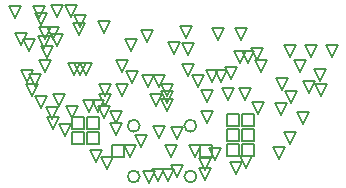
<source format=gbr>
G04 Layer_Color=2752767*
%FSLAX25Y25*%
%MOIN*%
%TF.FileFunction,Drawing*%
%TF.Part,Single*%
G01*
G75*
%ADD95C,0.00500*%
%ADD96C,0.00667*%
D95*
X403271Y244500D02*
Y248500D01*
X407271D01*
Y244500D01*
X403271D01*
X373743D02*
Y248500D01*
X377743D01*
Y244500D01*
X373743D01*
X360507Y249000D02*
Y253000D01*
X364507D01*
Y249000D01*
X360507D01*
Y254000D02*
Y258000D01*
X364507D01*
Y254000D01*
X360507D01*
X365507Y249000D02*
Y253000D01*
X369507D01*
Y249000D01*
X365507D01*
Y254000D02*
Y258000D01*
X369507D01*
Y254000D01*
X365507D01*
X412007Y255000D02*
Y259000D01*
X416007D01*
Y255000D01*
X412007D01*
X417007D02*
Y259000D01*
X421007D01*
Y255000D01*
X417007D01*
X412007Y250000D02*
Y254000D01*
X416007D01*
Y250000D01*
X412007D01*
X417007D02*
Y254000D01*
X421007D01*
Y250000D01*
X417007D01*
X412007Y245000D02*
Y249000D01*
X416007D01*
Y245000D01*
X412007D01*
X417007D02*
Y249000D01*
X421007D01*
Y245000D01*
X417007D01*
X413500Y270500D02*
X411500Y274500D01*
X415500D01*
X413500Y270500D01*
X433500Y262500D02*
X431500Y266500D01*
X435500D01*
X433500Y262500D01*
X430500Y267000D02*
X428500Y271000D01*
X432500D01*
X430500Y267000D01*
X443000Y270000D02*
X441000Y274000D01*
X445000D01*
X443000Y270000D01*
X436500Y273000D02*
X434500Y277000D01*
X438500D01*
X436500Y273000D01*
X429500Y244000D02*
X427500Y248000D01*
X431500D01*
X429500Y244000D01*
X418500Y241000D02*
X416500Y245000D01*
X420500D01*
X418500Y241000D01*
X394500Y279000D02*
X392500Y283000D01*
X396500D01*
X394500Y279000D01*
X392000Y260000D02*
X390000Y264000D01*
X394000D01*
X392000Y260000D01*
X395500Y238000D02*
X393500Y242000D01*
X397500D01*
X395500Y238000D01*
X389523Y250977D02*
X387523Y254977D01*
X391523D01*
X389523Y250977D01*
X389000Y236500D02*
X387000Y240500D01*
X391000D01*
X389000Y236500D01*
X392500D02*
X390500Y240500D01*
X394500D01*
X392500Y236500D01*
X401334Y244500D02*
X399334Y248500D01*
X403334D01*
X401334Y244500D01*
X379680Y244500D02*
X377680Y248500D01*
X381680D01*
X379680Y244500D01*
X386000Y236000D02*
X384000Y240000D01*
X388000D01*
X386000Y236000D01*
X393460Y244540D02*
X391460Y248540D01*
X395460D01*
X393460Y244540D01*
X395428Y250572D02*
X393428Y254572D01*
X397428D01*
X395428Y250572D01*
X404673Y236827D02*
X402673Y240827D01*
X406673D01*
X404673Y236827D01*
X375000Y256000D02*
X373000Y260000D01*
X377000D01*
X375000Y256000D01*
X353673Y257173D02*
X351673Y261173D01*
X355673D01*
X353673Y257173D01*
X350327Y260827D02*
X348327Y264827D01*
X352327D01*
X350327Y260827D01*
X348327Y268173D02*
X346327Y272173D01*
X350327D01*
X348327Y268173D01*
X369000Y259500D02*
X367000Y263500D01*
X371000D01*
X369000Y259500D01*
X372000Y240500D02*
X370000Y244500D01*
X374000D01*
X372000Y240500D01*
X375000Y252000D02*
X373000Y256000D01*
X377000D01*
X375000Y252000D01*
X354000Y254000D02*
X352000Y258000D01*
X356000D01*
X354000Y254000D01*
X371500Y265000D02*
X369500Y269000D01*
X373500D01*
X371500Y265000D01*
Y261500D02*
X369500Y265500D01*
X373500D01*
X371500Y261500D01*
X388500D02*
X386500Y265500D01*
X390500D01*
X388500Y261500D01*
X404827Y240173D02*
X402827Y244173D01*
X406827D01*
X404827Y240173D01*
X439500Y266000D02*
X437500Y270000D01*
X441500D01*
X439500Y266000D01*
X405500Y256000D02*
X403500Y260000D01*
X407500D01*
X405500Y256000D01*
X392000Y265000D02*
X390000Y269000D01*
X394000D01*
X392000Y265000D01*
Y262500D02*
X390000Y266500D01*
X394000D01*
X392000Y262500D01*
X430000Y258500D02*
X428000Y262500D01*
X432000D01*
X430000Y258500D01*
X422500Y259000D02*
X420500Y263000D01*
X424500D01*
X422500Y259000D01*
X385854Y268000D02*
X383854Y272000D01*
X387854D01*
X385854Y268000D01*
X437500Y255500D02*
X435500Y259500D01*
X439500D01*
X437500Y255500D01*
X443500Y265000D02*
X441500Y269000D01*
X445500D01*
X443500Y265000D01*
X366000Y259500D02*
X364000Y263500D01*
X368000D01*
X366000Y259500D01*
X368500Y243000D02*
X366500Y247000D01*
X370500D01*
X368500Y243000D01*
X360500Y257500D02*
X358500Y261500D01*
X362500D01*
X360500Y257500D01*
X358000Y251500D02*
X356000Y255500D01*
X360000D01*
X358000Y251500D01*
X371000Y257500D02*
X369000Y261500D01*
X373000D01*
X371000Y257500D01*
X355500Y281500D02*
X353500Y285500D01*
X357500D01*
X355500Y281500D01*
X365000Y272000D02*
X363000Y276000D01*
X367000D01*
X365000Y272000D01*
X380500Y269327D02*
X378500Y273327D01*
X382500D01*
X380500Y269327D01*
X385500Y283000D02*
X383500Y287000D01*
X387500D01*
X385500Y283000D01*
X355500Y291173D02*
X353500Y295173D01*
X357500D01*
X355500Y291173D01*
X380000Y280000D02*
X378000Y284000D01*
X382000D01*
X380000Y280000D01*
X363000Y272000D02*
X361000Y276000D01*
X365000D01*
X363000Y272000D01*
X361000D02*
X359000Y276000D01*
X363000D01*
X361000Y272000D01*
X389500Y268000D02*
X387500Y272000D01*
X391500D01*
X389500Y268000D01*
X362856Y285144D02*
X360856Y289144D01*
X364856D01*
X362856Y285144D01*
X346000Y280000D02*
X344000Y284000D01*
X348000D01*
X346000Y280000D01*
X343500Y282000D02*
X341500Y286000D01*
X345500D01*
X343500Y282000D01*
X349500Y291000D02*
X347500Y295000D01*
X351500D01*
X349500Y291000D01*
X350000Y288500D02*
X348000Y292500D01*
X352000D01*
X350000Y288500D01*
X341500Y291000D02*
X339500Y295000D01*
X343500D01*
X341500Y291000D01*
X352063Y277437D02*
X350063Y281437D01*
X354063D01*
X352063Y277437D01*
X356000Y261500D02*
X354000Y265500D01*
X358000D01*
X356000Y261500D01*
X351500Y273000D02*
X349500Y277000D01*
X353500D01*
X351500Y273000D01*
X347000Y265000D02*
X345000Y269000D01*
X349000D01*
X347000Y265000D01*
X345500Y269500D02*
X343500Y273500D01*
X347500D01*
X345500Y269500D01*
X415173Y239000D02*
X413173Y243000D01*
X417173D01*
X415173Y239000D01*
X408000Y243500D02*
X406000Y247500D01*
X410000D01*
X408000Y243500D01*
X354000Y284000D02*
X352000Y288000D01*
X356000D01*
X354000Y284000D01*
X410000Y269500D02*
X408000Y273500D01*
X412000D01*
X410000Y269500D01*
X423500Y273000D02*
X421500Y277000D01*
X425500D01*
X423500Y273000D01*
X433000Y249000D02*
X431000Y253000D01*
X435000D01*
X433000Y249000D01*
X398500Y284059D02*
X396500Y288059D01*
X400500D01*
X398500Y284059D01*
X409000Y283673D02*
X407000Y287673D01*
X411000D01*
X409000Y283673D01*
X416827D02*
X414827Y287673D01*
X418827D01*
X416827Y283673D01*
X433000Y278000D02*
X431000Y282000D01*
X435000D01*
X433000Y278000D01*
X447000D02*
X445000Y282000D01*
X449000D01*
X447000Y278000D01*
X440000D02*
X438000Y282000D01*
X442000D01*
X440000Y278000D01*
X377000Y265000D02*
X375000Y269000D01*
X379000D01*
X377000Y265000D01*
X351500Y284000D02*
X349500Y288000D01*
X353500D01*
X351500Y284000D01*
X351000Y281000D02*
X349000Y285000D01*
X353000D01*
X351000Y281000D01*
X383500Y248000D02*
X381500Y252000D01*
X385500D01*
X383500Y248000D01*
X402500Y268000D02*
X400500Y272000D01*
X404500D01*
X402500Y268000D01*
X399000Y271500D02*
X397000Y275500D01*
X401000D01*
X399000Y271500D01*
X377000Y273000D02*
X375000Y277000D01*
X379000D01*
X377000Y273000D01*
X399000Y278500D02*
X397000Y282500D01*
X401000D01*
X399000Y278500D01*
X419000Y276000D02*
X417000Y280000D01*
X421000D01*
X419000Y276000D01*
X422000Y277000D02*
X420000Y281000D01*
X424000D01*
X422000Y277000D01*
X405500Y263000D02*
X403500Y267000D01*
X407500D01*
X405500Y263000D01*
X412500Y263500D02*
X410500Y267500D01*
X414500D01*
X412500Y263500D01*
X416500Y275956D02*
X414500Y279956D01*
X418500D01*
X416500Y275956D01*
X418000Y263500D02*
X416000Y267500D01*
X420000D01*
X418000Y263500D01*
X407000Y269500D02*
X405000Y273500D01*
X409000D01*
X407000Y269500D01*
X360000Y291173D02*
X358000Y295173D01*
X362000D01*
X360000Y291173D01*
X371000Y286000D02*
X369000Y290000D01*
X373000D01*
X371000Y286000D01*
X363000Y287924D02*
X361000Y291924D01*
X365000D01*
X363000Y287924D01*
D96*
X383058Y238035D02*
G03*
X383058Y238035I-2000J0D01*
G01*
X401956Y238035D02*
G03*
X401956Y238035I-2000J0D01*
G01*
X383058Y254965D02*
G03*
X383058Y254965I-2000J0D01*
G01*
X401956D02*
G03*
X401956Y254965I-2000J0D01*
G01*
%TF.MD5,F6C96C6DDD2E4AE6A218AB3AE84DFE7F*%
M02*

</source>
